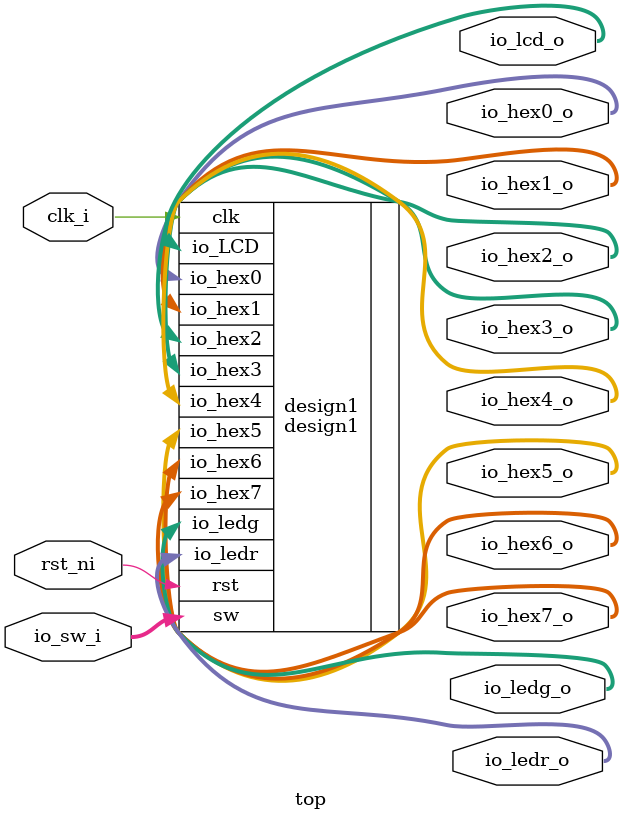
<source format=sv>
`default_nettype none

module top
(
  // Peripheral
  input  logic [31:0]      io_sw_i   ,
  output logic [31:0]      io_lcd_o  ,
  output logic [31:0]      io_ledg_o ,
  output logic [31:0]      io_ledr_o ,
  output logic [31:0]      io_hex0_o ,
  output logic [31:0]      io_hex1_o ,
  output logic [31:0]      io_hex2_o ,
  output logic [31:0]      io_hex3_o ,
  output logic [31:0]      io_hex4_o ,
  output logic [31:0]      io_hex5_o ,
  output logic [31:0]      io_hex6_o ,
  output logic [31:0]      io_hex7_o ,

  // output logic [31:0]      pc_debug_o,

  // Clock and asynchronous reset active low
  input  logic             clk_i     ,
  input  logic             rst_ni
);

  design1 design1 (
    .sw   (io_sw_i   ),
    .io_LCD  (io_lcd_o  ),
    .io_ledg (io_ledg_o ),
    .io_ledr (io_ledr_o ),
    .io_hex0 (io_hex0_o ),
    .io_hex1 (io_hex1_o ),
    .io_hex2 (io_hex2_o ),
    .io_hex3 (io_hex3_o ),
    .io_hex4 (io_hex4_o ),
    .io_hex5 (io_hex5_o ),
    .io_hex6 (io_hex6_o ),
    .io_hex7 (io_hex7_o ),
    .clk     (clk_i     ),
    .rst    (rst_ni    )
  );

endmodule : top

</source>
